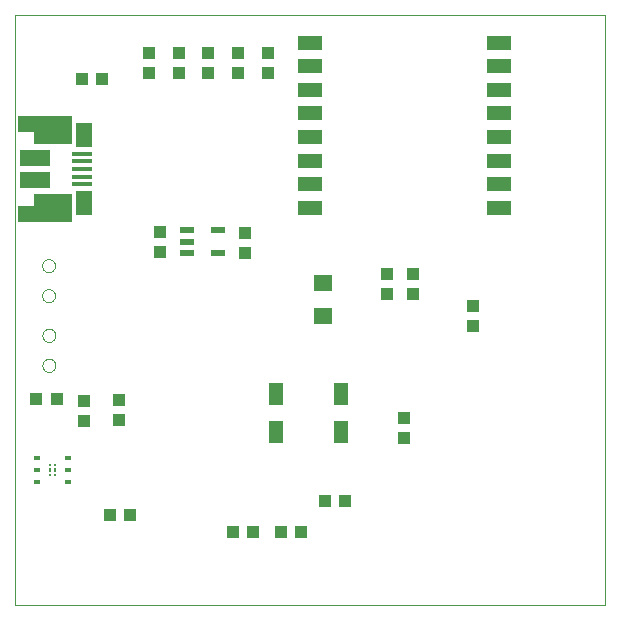
<source format=gbp>
G75*
%MOIN*%
%OFA0B0*%
%FSLAX24Y24*%
%IPPOS*%
%LPD*%
%AMOC8*
5,1,8,0,0,1.08239X$1,22.5*
%
%ADD10C,0.0000*%
%ADD11R,0.0630X0.0551*%
%ADD12R,0.0394X0.0433*%
%ADD13R,0.0433X0.0394*%
%ADD14R,0.0472X0.0217*%
%ADD15R,0.0512X0.0748*%
%ADD16R,0.0673X0.0157*%
%ADD17R,0.0575X0.0787*%
%ADD18R,0.0984X0.0541*%
%ADD19R,0.1252X0.0962*%
%ADD20R,0.1252X0.0962*%
%ADD21R,0.0544X0.0530*%
%ADD22R,0.0544X0.0530*%
%ADD23R,0.0236X0.0157*%
%ADD24R,0.0098X0.0098*%
%ADD25R,0.0098X0.0118*%
%ADD26R,0.0787X0.0512*%
D10*
X000350Y000350D02*
X000350Y020035D01*
X020035Y020035D01*
X020035Y000350D01*
X000350Y000350D01*
X001267Y008344D02*
X001269Y008373D01*
X001275Y008401D01*
X001284Y008429D01*
X001297Y008455D01*
X001314Y008478D01*
X001333Y008500D01*
X001355Y008519D01*
X001380Y008534D01*
X001406Y008547D01*
X001434Y008555D01*
X001462Y008560D01*
X001491Y008561D01*
X001520Y008558D01*
X001548Y008551D01*
X001575Y008541D01*
X001601Y008527D01*
X001624Y008510D01*
X001645Y008490D01*
X001663Y008467D01*
X001678Y008442D01*
X001689Y008415D01*
X001697Y008387D01*
X001701Y008358D01*
X001701Y008330D01*
X001697Y008301D01*
X001689Y008273D01*
X001678Y008246D01*
X001663Y008221D01*
X001645Y008198D01*
X001624Y008178D01*
X001601Y008161D01*
X001575Y008147D01*
X001548Y008137D01*
X001520Y008130D01*
X001491Y008127D01*
X001462Y008128D01*
X001434Y008133D01*
X001406Y008141D01*
X001380Y008154D01*
X001355Y008169D01*
X001333Y008188D01*
X001314Y008210D01*
X001297Y008233D01*
X001284Y008259D01*
X001275Y008287D01*
X001269Y008315D01*
X001267Y008344D01*
X001267Y009344D02*
X001269Y009373D01*
X001275Y009401D01*
X001284Y009429D01*
X001297Y009455D01*
X001314Y009478D01*
X001333Y009500D01*
X001355Y009519D01*
X001380Y009534D01*
X001406Y009547D01*
X001434Y009555D01*
X001462Y009560D01*
X001491Y009561D01*
X001520Y009558D01*
X001548Y009551D01*
X001575Y009541D01*
X001601Y009527D01*
X001624Y009510D01*
X001645Y009490D01*
X001663Y009467D01*
X001678Y009442D01*
X001689Y009415D01*
X001697Y009387D01*
X001701Y009358D01*
X001701Y009330D01*
X001697Y009301D01*
X001689Y009273D01*
X001678Y009246D01*
X001663Y009221D01*
X001645Y009198D01*
X001624Y009178D01*
X001601Y009161D01*
X001575Y009147D01*
X001548Y009137D01*
X001520Y009130D01*
X001491Y009127D01*
X001462Y009128D01*
X001434Y009133D01*
X001406Y009141D01*
X001380Y009154D01*
X001355Y009169D01*
X001333Y009188D01*
X001314Y009210D01*
X001297Y009233D01*
X001284Y009259D01*
X001275Y009287D01*
X001269Y009315D01*
X001267Y009344D01*
X001259Y010670D02*
X001261Y010699D01*
X001267Y010727D01*
X001276Y010755D01*
X001289Y010781D01*
X001306Y010804D01*
X001325Y010826D01*
X001347Y010845D01*
X001372Y010860D01*
X001398Y010873D01*
X001426Y010881D01*
X001454Y010886D01*
X001483Y010887D01*
X001512Y010884D01*
X001540Y010877D01*
X001567Y010867D01*
X001593Y010853D01*
X001616Y010836D01*
X001637Y010816D01*
X001655Y010793D01*
X001670Y010768D01*
X001681Y010741D01*
X001689Y010713D01*
X001693Y010684D01*
X001693Y010656D01*
X001689Y010627D01*
X001681Y010599D01*
X001670Y010572D01*
X001655Y010547D01*
X001637Y010524D01*
X001616Y010504D01*
X001593Y010487D01*
X001567Y010473D01*
X001540Y010463D01*
X001512Y010456D01*
X001483Y010453D01*
X001454Y010454D01*
X001426Y010459D01*
X001398Y010467D01*
X001372Y010480D01*
X001347Y010495D01*
X001325Y010514D01*
X001306Y010536D01*
X001289Y010559D01*
X001276Y010585D01*
X001267Y010613D01*
X001261Y010641D01*
X001259Y010670D01*
X001259Y011670D02*
X001261Y011699D01*
X001267Y011727D01*
X001276Y011755D01*
X001289Y011781D01*
X001306Y011804D01*
X001325Y011826D01*
X001347Y011845D01*
X001372Y011860D01*
X001398Y011873D01*
X001426Y011881D01*
X001454Y011886D01*
X001483Y011887D01*
X001512Y011884D01*
X001540Y011877D01*
X001567Y011867D01*
X001593Y011853D01*
X001616Y011836D01*
X001637Y011816D01*
X001655Y011793D01*
X001670Y011768D01*
X001681Y011741D01*
X001689Y011713D01*
X001693Y011684D01*
X001693Y011656D01*
X001689Y011627D01*
X001681Y011599D01*
X001670Y011572D01*
X001655Y011547D01*
X001637Y011524D01*
X001616Y011504D01*
X001593Y011487D01*
X001567Y011473D01*
X001540Y011463D01*
X001512Y011456D01*
X001483Y011453D01*
X001454Y011454D01*
X001426Y011459D01*
X001398Y011467D01*
X001372Y011480D01*
X001347Y011495D01*
X001325Y011514D01*
X001306Y011536D01*
X001289Y011559D01*
X001276Y011585D01*
X001267Y011613D01*
X001261Y011641D01*
X001259Y011670D01*
D11*
X010635Y011106D03*
X010635Y010003D03*
D12*
X012755Y010712D03*
X012755Y011381D03*
X013618Y011377D03*
X013618Y010708D03*
X008032Y012093D03*
X008032Y012762D03*
X005179Y012786D03*
X005179Y012117D03*
X001741Y007228D03*
X001072Y007228D03*
X003515Y003350D03*
X004185Y003350D03*
X006789Y018089D03*
X006789Y018758D03*
D13*
X007787Y018758D03*
X008807Y018758D03*
X008807Y018089D03*
X007787Y018089D03*
X005812Y018089D03*
X004812Y018089D03*
X004812Y018758D03*
X005812Y018758D03*
X003258Y017886D03*
X002589Y017886D03*
X015613Y010319D03*
X015613Y009650D03*
X013327Y006585D03*
X013327Y005916D03*
X011372Y003824D03*
X010703Y003824D03*
X009905Y002795D03*
X009236Y002795D03*
X008277Y002805D03*
X007608Y002805D03*
X003812Y006508D03*
X002669Y006501D03*
X002669Y007170D03*
X003812Y007177D03*
D14*
X006095Y012096D03*
X006095Y012470D03*
X006095Y012844D03*
X007119Y012844D03*
X007119Y012096D03*
D15*
X009049Y007385D03*
X011214Y007385D03*
X011214Y006125D03*
X009049Y006125D03*
D16*
X002598Y014382D03*
X002598Y014638D03*
X002598Y014894D03*
X002598Y015150D03*
X002598Y015406D03*
D17*
X002649Y016036D03*
X002649Y013752D03*
D18*
X001011Y014525D03*
X001011Y015263D03*
D19*
X001633Y013601D03*
D20*
X001633Y016182D03*
D21*
X000734Y013384D03*
D22*
X000734Y016396D03*
D23*
X001088Y005244D03*
X001088Y004850D03*
X001088Y004456D03*
X002112Y004456D03*
X002112Y004850D03*
X002112Y005244D03*
D24*
X001689Y005017D03*
X001511Y005017D03*
X001511Y004683D03*
X001689Y004683D03*
D25*
X001689Y004850D03*
X001511Y004850D03*
D26*
X010200Y013594D03*
X010200Y014381D03*
X010200Y015169D03*
X010200Y015956D03*
X010200Y016744D03*
X010200Y017531D03*
X010200Y018319D03*
X010200Y019106D03*
X016500Y019106D03*
X016500Y018319D03*
X016500Y017531D03*
X016500Y016744D03*
X016500Y015956D03*
X016500Y015169D03*
X016500Y014381D03*
X016500Y013594D03*
M02*

</source>
